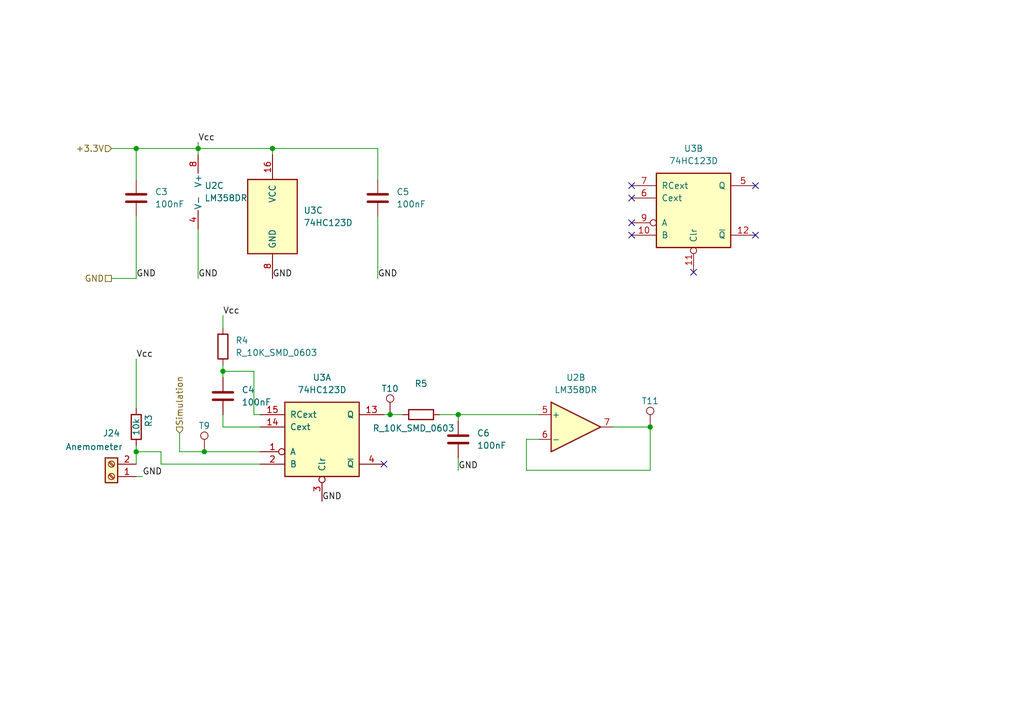
<source format=kicad_sch>
(kicad_sch (version 20231120) (generator "eeschema") (generator_version "8.0")
  (paper "A5")
  (title_block (title "Wind handler") (date "2024-11-03") (rev "1.0"))
  (lib_symbols
    (symbol "74xx:74HC123" (pin_names (offset 1.016))
      (property "Reference" "U" (at -7.62 8.89 0))
      (property "Value" "74HC123" (at -7.62 -8.89 0))
      (symbol "74HC123_1_0"
        (pin input inverted (at -12.7 -2.54 0) (length 5.08) (name "A") (number "1"))
        (pin output line (at 12.7 5.08 180) (length 5.08) (name "Q") (number "13"))
        (pin input line (at -12.7 2.54 0) (length 5.08) (name "Cext") (number "14"))
        (pin input line (at -12.7 5.08 0) (length 5.08) (name "RCext") (number "15"))
        (pin input line (at -12.7 -5.08 0) (length 5.08) (name "B") (number "2"))
        (pin input inverted (at 0 -12.7 90) (length 5.08) (name "Clr") (number "3"))
        (pin output line (at 12.7 -5.08 180) (length 5.08) (name "~{Q}") (number "4"))
      )
      (symbol "74HC123_1_1"
        (rectangle (start -7.62 7.62) (end 7.62 -7.62) (stroke (width 0.254)) (fill (type background)))
      )
      (symbol "74HC123_2_0"
        (pin input line (at -12.7 -5.08 0) (length 5.08) (name "B") (number "10"))
        (pin input inverted (at 0 -12.7 90) (length 5.08) (name "Clr") (number "11"))
        (pin output line (at 12.7 -5.08 180) (length 5.08) (name "~{Q}") (number "12"))
        (pin output line (at 12.7 5.08 180) (length 5.08) (name "Q") (number "5"))
        (pin input line (at -12.7 2.54 0) (length 5.08) (name "Cext") (number "6"))
        (pin input line (at -12.7 5.08 0) (length 5.08) (name "RCext") (number "7"))
        (pin input inverted (at -12.7 -2.54 0) (length 5.08) (name "A") (number "9"))
      )
      (symbol "74HC123_2_1"
        (rectangle (start -7.62 7.62) (end 7.62 -7.62) (stroke (width 0.254)) (fill (type background)))
      )
      (symbol "74HC123_3_0"
        (pin power_in line (at 0 12.7 270) (length 5.08) (name "VCC") (number "16"))
        (pin power_in line (at 0 -12.7 90) (length 5.08) (name "GND") (number "8"))
      )
      (symbol "74HC123_3_1"
        (rectangle (start -5.08 7.62) (end 5.08 -7.62) (stroke (width 0.254)) (fill (type background)))
      )
    )
    (symbol "Amplifier_Operational:LM358" (pin_names (offset 0.127))
      (property "Reference" "U" (at 0 5.08 0))
      (property "Value" "LM358" (at 0 -5.08 0))
      (symbol "LM358_1_1"
        (polyline (pts (xy -5.08 5.08) (xy 5.08 0) (xy -5.08 -5.08) (xy -5.08 5.08)) (stroke (width 0.254)) (fill (type background)))
        (pin output line (at 7.62 0 180) (length 2.54) (name "~") (number "1"))
        (pin input line (at -7.62 -2.54 0) (length 2.54) (name "-") (number "2"))
        (pin input line (at -7.62 2.54 0) (length 2.54) (name "+") (number "3"))
      )
      (symbol "LM358_2_1"
        (polyline (pts (xy -5.08 5.08) (xy 5.08 0) (xy -5.08 -5.08) (xy -5.08 5.08)) (stroke (width 0.254)) (fill (type background)))
        (pin input line (at -7.62 2.54 0) (length 2.54) (name "+") (number "5"))
        (pin input line (at -7.62 -2.54 0) (length 2.54) (name "-") (number "6"))
        (pin output line (at 7.62 0 180) (length 2.54) (name "~") (number "7"))
      )
      (symbol "LM358_3_1"
        (pin power_in line (at -2.54 -7.62 90) (length 3.81) (name "V-") (number "4"))
        (pin power_in line (at -2.54 7.62 270) (length 3.81) (name "V+") (number "8"))
      )
    )
    (symbol "Connector:Screw_Terminal_01x02" (pin_names (offset 1.016) hide)
      (property "Reference" "J" (at 0 2.54 0))
      (property "Value" "Screw_Terminal_01x02" (at 0 -5.08 0))
      (symbol "Screw_Terminal_01x02_1_1"
        (rectangle (start -1.27 1.27) (end 1.27 -3.81) (stroke (width 0.254)) (fill (type background)))
        (circle (center 0 -2.54) (radius 0.635) (stroke (width 0.1524)))
        (polyline (pts (xy -0.5334 -2.2098) (xy 0.3302 -3.048)) (stroke (width 0.1524)))
        (polyline (pts (xy -0.5334 0.3302) (xy 0.3302 -0.508)) (stroke (width 0.1524)))
        (polyline (pts (xy -0.3556 -2.032) (xy 0.508 -2.8702)) (stroke (width 0.1524)))
        (polyline (pts (xy -0.3556 0.508) (xy 0.508 -0.3302)) (stroke (width 0.1524)))
        (circle (center 0 0) (radius 0.635) (stroke (width 0.1524)))
        (pin passive line (at -5.08 0 0) (length 3.81) (name "Pin_1") (number "1"))
        (pin passive line (at -5.08 -2.54 0) (length 3.81) (name "Pin_2") (number "2"))
      )
    )
    (symbol "Connector:TestPoint" (pin_numbers hide) (pin_names (offset 0.762) hide)
      (property "Reference" "TP" (at 0 6.858 0))
      (property "Value" "TestPoint" (at 0 5.08 0))
      (symbol "TestPoint_0_1"
        (circle (center 0 3.302) (radius 0.762))
      )
      (symbol "TestPoint_1_1"
        (pin passive line (at 0 0 90) (length 2.54) (name "1") (number "1"))
      )
    )
    (symbol "Device:C" (pin_numbers hide) (pin_names (offset 0.254))
      (property "Reference" "C" (at 0.635 2.54 0))
      (property "Value" "C" (at 0.635 -2.54 0))
      (symbol "C_0_1"
        (polyline (pts (xy -2.032 -0.762) (xy 2.032 -0.762)) (stroke (width 0.508)))
        (polyline (pts (xy -2.032 0.762) (xy 2.032 0.762)) (stroke (width 0.508)))
      )
      (symbol "C_1_1"
        (pin passive line (at 0 3.81 270) (length 2.794) (name "~") (number "1"))
        (pin passive line (at 0 -3.81 90) (length 2.794) (name "~") (number "2"))
      )
    )
    (symbol "Device:R" (pin_numbers hide) (pin_names (offset 0))
      (property "Reference" "R" (at 2.032 0 90))
      (property "Value" "R" (at 0 0 90))
      (symbol "R_0_1"
        (rectangle (start -1.016 -2.54) (end 1.016 2.54) (stroke (width 0.254)))
      )
      (symbol "R_1_1"
        (pin passive line (at 0 3.81 270) (length 1.27) (name "~") (number "1"))
        (pin passive line (at 0 -3.81 90) (length 1.27) (name "~") (number "2"))
      )
    )
  )
  (junction (at 55.88 30.48))
  (junction (at 45.72 76.2))
  (junction (at 93.98 85.09))
  (junction (at 80.01 85.09))
  (junction (at 27.94 92.71))
  (junction (at 40.64 30.48))
  (junction (at 41.91 92.71))
  (junction (at 27.94 30.48))
  (junction (at 133.35 87.63))
  (no_connect (at 129.54 38.1))
  (no_connect (at 142.24 55.88))
  (no_connect (at 154.94 48.26))
  (no_connect (at 154.94 38.1))
  (no_connect (at 129.54 40.64))
  (no_connect (at 129.54 48.26))
  (no_connect (at 78.74 95.25))
  (no_connect (at 129.54 45.72))
  (wire (pts (xy 93.98 85.09) (xy 110.49 85.09)))
  (wire (pts (xy 93.98 85.09) (xy 93.98 86.36)))
  (wire (pts (xy 110.49 90.17) (xy 107.95 90.17)))
  (wire (pts (xy 55.88 31.75) (xy 55.88 30.48)))
  (wire (pts (xy 40.64 30.48) (xy 55.88 30.48)))
  (wire (pts (xy 133.35 96.52) (xy 133.35 87.63)))
  (wire (pts (xy 107.95 90.17) (xy 107.95 96.52)))
  (wire (pts (xy 27.94 92.71) (xy 33.02 92.71)))
  (wire (pts (xy 78.74 85.09) (xy 80.01 85.09)))
  (wire (pts (xy 27.94 44.45) (xy 27.94 57.15)))
  (wire (pts (xy 45.72 64.77) (xy 45.72 67.31)))
  (wire (pts (xy 27.94 92.71) (xy 27.94 95.25)))
  (wire (pts (xy 45.72 74.93) (xy 45.72 76.2)))
  (wire (pts (xy 77.47 44.45) (xy 77.47 57.15)))
  (wire (pts (xy 27.94 91.44) (xy 27.94 92.71)))
  (wire (pts (xy 133.35 87.63) (xy 125.73 87.63)))
  (wire (pts (xy 52.07 85.09) (xy 52.07 76.2)))
  (wire (pts (xy 22.86 57.15) (xy 27.94 57.15)))
  (wire (pts (xy 45.72 76.2) (xy 52.07 76.2)))
  (wire (pts (xy 27.94 97.79) (xy 29.21 97.79)))
  (wire (pts (xy 107.95 96.52) (xy 133.35 96.52)))
  (wire (pts (xy 93.98 93.98) (xy 93.98 96.52)))
  (wire (pts (xy 40.64 30.48) (xy 40.64 31.75)))
  (wire (pts (xy 41.91 92.71) (xy 53.34 92.71)))
  (wire (pts (xy 36.83 88.9) (xy 36.83 92.71)))
  (wire (pts (xy 90.17 85.09) (xy 93.98 85.09)))
  (wire (pts (xy 80.01 85.09) (xy 82.55 85.09)))
  (wire (pts (xy 55.88 30.48) (xy 77.47 30.48)))
  (wire (pts (xy 45.72 85.09) (xy 45.72 87.63)))
  (wire (pts (xy 53.34 87.63) (xy 45.72 87.63)))
  (wire (pts (xy 45.72 76.2) (xy 45.72 77.47)))
  (wire (pts (xy 33.02 95.25) (xy 33.02 92.71)))
  (wire (pts (xy 40.64 29.21) (xy 40.64 30.48)))
  (wire (pts (xy 22.86 30.48) (xy 27.94 30.48)))
  (wire (pts (xy 27.94 30.48) (xy 27.94 36.83)))
  (wire (pts (xy 77.47 36.83) (xy 77.47 30.48)))
  (wire (pts (xy 53.34 85.09) (xy 52.07 85.09)))
  (wire (pts (xy 33.02 95.25) (xy 53.34 95.25)))
  (wire (pts (xy 27.94 30.48) (xy 40.64 30.48)))
  (wire (pts (xy 36.83 92.71) (xy 41.91 92.71)))
  (wire (pts (xy 40.64 46.99) (xy 40.64 57.15)))
  (wire (pts (xy 27.94 73.66) (xy 27.94 83.82)))
  (label "GND" (at 27.94 57.15 0))
  (label "GND" (at 93.98 96.52 0))
  (label "GND" (at 55.88 57.15 0))
  (label "Vcc" (at 45.72 64.77 0))
  (label "GND" (at 77.47 57.15 0))
  (label "GND" (at 66.04 102.87 0))
  (label "Vcc" (at 40.64 29.21 0))
  (label "GND" (at 29.21 97.79 0))
  (label "GND" (at 40.64 57.15 0))
  (label "Vcc" (at 27.94 73.66 0))
  (hierarchical_label "GND" (shape passive) (at 22.86 57.15 180))
  (hierarchical_label "Simulation" (shape input) (at 36.83 88.9 90))
  (hierarchical_label "+3.3V" (shape input) (at 22.86 30.48 180))
  (symbol (lib_id "74xx:74HC123") (at 55.88 44.45 0) (unit 3)
    (property "Reference" "U3" (at 62.23 43.1799 0) (effects (justify left)))
    (property "Value" "74HC123D" (at 62.23 45.7199 0) (effects (justify left)))
    (property "Footprint" "Package_SO:SOIC-16W_5.3x10.2mm_P1.27mm" (effects (hide yes)))
    (property "Datasheet" "https://assets.nexperia.com/documents/data-sheet/74HC_HCT123.pdf" (effects (hide yes)))
    (property "Description" "Dual retriggerable monostable multivibrator" (effects (hide yes)))
  )
  (symbol (lib_id "74xx:74HC123") (at 66.04 90.17 0) (unit 1)
    (property "Reference" "U3" (at 66.04 77.47 0))
    (property "Value" "74HC123D" (at 66.04 80.01 0))
    (property "Footprint" "Package_SO:SOIC-16W_5.3x10.2mm_P1.27mm" (effects (hide yes)))
    (property "Datasheet" "https://assets.nexperia.com/documents/data-sheet/74HC_HCT123.pdf" (effects (hide yes)))
    (property "Description" "Dual retriggerable monostable multivibrator" (effects (hide yes)))
  )
  (symbol (lib_id "Connector:TestPoint") (at 80.01 85.09 0) (unit 1)
    (property "Reference" "T10" (at 80.01 79.756 0))
    (property "Value" "TP" (effects (hide yes)))
    (property "Footprint" "TestPoint:TestPoint_Pad_D1.0mm" (effects (hide yes)))
    (property "Description" "test point" (effects (hide yes)))
  )
  (symbol (lib_id "Device:R") (at 86.36 85.09 90) (unit 1)
    (property "Reference" "R5" (at 86.36 78.74 90))
    (property "Value" "R_10K_SMD_0603" (at 84.836 87.884 90))
    (property "Footprint" "Resistor_SMD:R_0603_1608Metric" (effects (hide yes)))
  )
  (symbol (lib_id "Connector:Screw_Terminal_01x02") (at 22.86 97.79 180) (unit 1)
    (property "Reference" "J24" (at 22.86 88.9 0))
    (property "Value" "Anemometer" (at 19.304 91.694 0))
    (property "Footprint" "Connector_Phoenix_MSTB:PhoenixContact_MSTBA_2,5_2-G-5,08_1x02_P5.08mm_Horizontal" (effects (hide yes)))
  )
  (symbol (lib_id "Device:C") (at 45.72 81.28 0) (unit 1)
    (property "Reference" "C4" (at 49.53 80.01 0) (effects (justify left)))
    (property "Value" "100nF" (at 49.53 82.55 0) (effects (justify left)))
    (property "Footprint" "Capacitor_SMD:C_0603_1608Metric" (effects (hide yes)))
  )
  (symbol (lib_id "Device:C") (at 77.47 40.64 0) (unit 1)
    (property "Reference" "C5" (at 81.28 39.37 0) (effects (justify left)))
    (property "Value" "100nF" (at 81.28 41.91 0) (effects (justify left)))
    (property "Footprint" "Capacitor_SMD:C_0603_1608Metric" (effects (hide yes)))
  )
  (symbol (lib_id "Device:C") (at 27.94 40.64 0) (unit 1)
    (property "Reference" "C3" (at 31.75 39.37 0) (effects (justify left)))
    (property "Value" "100nF" (at 31.75 41.91 0) (effects (justify left)))
    (property "Footprint" "Capacitor_SMD:C_0603_1608Metric" (effects (hide yes)))
  )
  (symbol (lib_id "Device:R") (at 45.72 71.12 0) (unit 1)
    (property "Reference" "R4" (at 48.26 69.8499 0) (effects (justify left)))
    (property "Value" "R_10K_SMD_0603" (at 48.26 72.3899 0) (effects (justify left)))
    (property "Footprint" "Resistor_SMD:R_0603_1608Metric" (effects (hide yes)))
  )
  (symbol (lib_id "Device:C") (at 93.98 90.17 0) (unit 1)
    (property "Reference" "C6" (at 97.79 88.9 0) (effects (justify left)))
    (property "Value" "100nF" (at 97.79 91.44 0) (effects (justify left)))
    (property "Footprint" "Capacitor_SMD:C_0603_1608Metric" (effects (hide yes)))
  )
  (symbol (lib_id "Amplifier_Operational:LM358") (at 118.11 87.63 0) (unit 2)
    (property "Reference" "U2" (at 118.11 77.47 0))
    (property "Value" "LM358DR" (at 118.11 80.01 0))
    (property "Footprint" "Package_SO:TSSOP-8_4.4x3mm_P0.65mm" (effects (hide yes)))
    (property "Datasheet" "http://www.ti.com/lit/ds/symlink/lm2904-n.pdf" (effects (hide yes)))
    (property "Description" "Low-Power, Dual Operational Amplifiers, DIP-8/SOIC-8/TO-99-8" (effects (hide yes)))
  )
  (symbol (lib_id "Device:R") (at 27.94 87.63 0) (unit 1)
    (property "Reference" "R3" (at 30.48 86.36 90))
    (property "Value" "10k" (at 27.94 87.63 90))
    (property "Footprint" "Resistor_SMD:R_0603_1608Metric" (effects (hide yes)))
  )
  (symbol (lib_id "Connector:TestPoint") (at 133.35 87.63 0) (unit 1)
    (property "Reference" "T11" (at 133.35 82.296 0))
    (property "Value" "TP" (effects (hide yes)))
    (property "Footprint" "TestPoint:TestPoint_Pad_D1.0mm" (effects (hide yes)))
    (property "Description" "test point" (effects (hide yes)))
  )
  (symbol (lib_id "Connector:TestPoint") (at 41.91 92.71 0) (unit 1)
    (property "Reference" "T9" (at 41.91 87.376 0))
    (property "Value" "TP" (effects (hide yes)))
    (property "Footprint" "TestPoint:TestPoint_Pad_D1.0mm" (effects (hide yes)))
    (property "Description" "test point" (effects (hide yes)))
  )
  (symbol (lib_id "Amplifier_Operational:LM358") (at 43.18 39.37 0) (unit 3)
    (property "Reference" "U2" (at 41.91 38.0999 0) (effects (justify left)))
    (property "Value" "LM358DR" (at 41.91 40.6399 0) (effects (justify left)))
    (property "Footprint" "Package_SO:TSSOP-8_4.4x3mm_P0.65mm" (effects (hide yes)))
    (property "Datasheet" "http://www.ti.com/lit/ds/symlink/lm2904-n.pdf" (effects (hide yes)))
  )
  (symbol (lib_id "74xx:74HC123") (at 142.24 43.18 0) (unit 2)
    (property "Reference" "U3" (at 142.24 30.48 0))
    (property "Value" "74HC123D" (at 142.24 33.02 0))
    (property "Footprint" "Package_SO:SOIC-16W_5.3x10.2mm_P1.27mm" (effects (hide yes)))
    (property "Datasheet" "https://assets.nexperia.com/documents/data-sheet/74HC_HCT123.pdf" (effects (hide yes)))
    (property "Description" "Dual retriggerable monostable multivibrator" (effects (hide yes)))
  )
)
</source>
